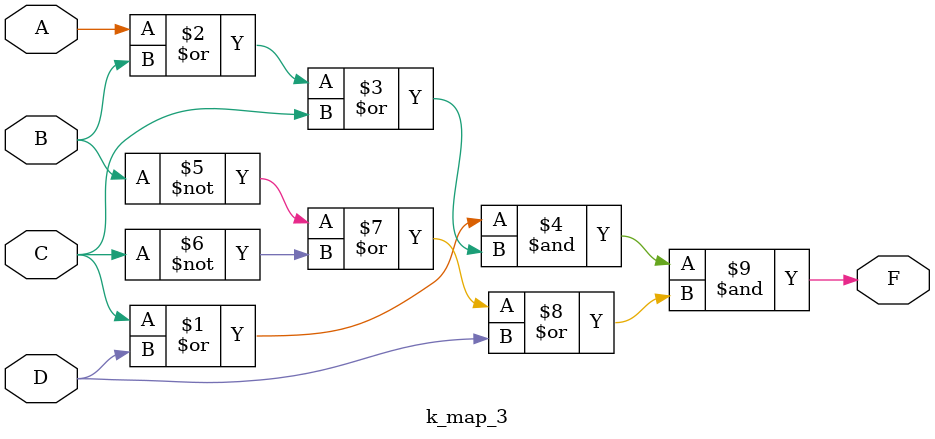
<source format=v>
`timescale 1ns / 1ps


module k_map_3(
    D,C,B,A,F
    );
    input A,B,C,D;
    output F;
    assign F = (C|D)&(A|B|C)&(~B|~C|D);
endmodule

</source>
